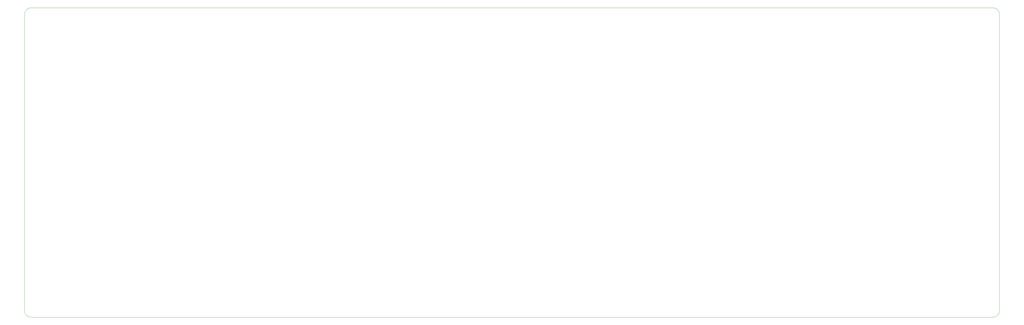
<source format=gm1>
%TF.GenerationSoftware,KiCad,Pcbnew,(5.1.9)-1*%
%TF.CreationDate,2021-04-11T03:40:38-04:00*%
%TF.ProjectId,Progenitor-Tenkey,50726f67-656e-4697-946f-722d54656e6b,rev?*%
%TF.SameCoordinates,Original*%
%TF.FileFunction,Profile,NP*%
%FSLAX46Y46*%
G04 Gerber Fmt 4.6, Leading zero omitted, Abs format (unit mm)*
G04 Created by KiCad (PCBNEW (5.1.9)-1) date 2021-04-11 03:40:38*
%MOMM*%
%LPD*%
G01*
G04 APERTURE LIST*
%TA.AperFunction,Profile*%
%ADD10C,0.050000*%
%TD*%
G04 APERTURE END LIST*
D10*
X356393750Y-230981250D02*
X364331250Y-230981250D01*
X356393750Y-230981250D02*
X82550000Y-230981250D01*
X437356250Y-230981250D02*
X364331250Y-230981250D01*
X82550000Y-345281250D02*
X437356250Y-345281250D01*
X80168750Y-233362500D02*
X80168750Y-342900000D01*
X439737500Y-342900000D02*
X439737500Y-233362500D01*
X80168750Y-233362500D02*
G75*
G02*
X82550000Y-230981250I2381250J0D01*
G01*
X82550000Y-345281250D02*
G75*
G02*
X80168750Y-342900000I0J2381250D01*
G01*
X439737500Y-342900000D02*
G75*
G02*
X437356250Y-345281250I-2381250J0D01*
G01*
X437356250Y-230981250D02*
G75*
G02*
X439737500Y-233362500I0J-2381250D01*
G01*
M02*

</source>
